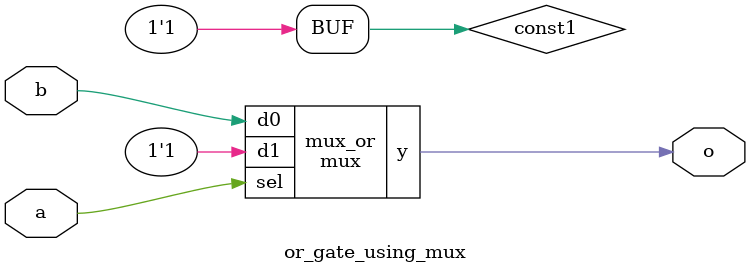
<source format=sv>

module mux
(
  input  d0, d1,
  input  sel,
  output y
);

  assign y = sel ? d1 : d0;

endmodule

//----------------------------------------------------------------------------
// Task
//----------------------------------------------------------------------------

module or_gate_using_mux
(
    input  a,
    input  b,
    output o
);

  // Task:

  // Implement or gate using instance(s) of mux,
  // constants 0 and 1, and wire connections
 wire const1 = 1'b1;

  mux mux_or(
  .d0(b), 
  .d1(const1),
  .sel(a),
  .y(o)
  );
  


endmodule

</source>
